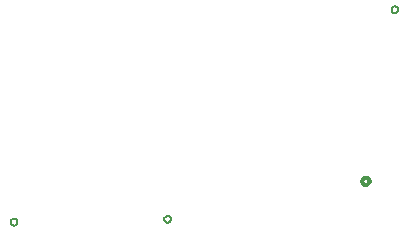
<source format=gbo>
G75*
G70*
%OFA0B0*%
%FSLAX24Y24*%
%IPPOS*%
%LPD*%
%AMOC8*
5,1,8,0,0,1.08239X$1,22.5*
%
%ADD10C,0.0059*%
%ADD11C,0.0118*%
D10*
X009938Y006114D02*
X009940Y006135D01*
X009946Y006155D01*
X009955Y006173D01*
X009967Y006190D01*
X009983Y006204D01*
X010001Y006215D01*
X010020Y006223D01*
X010041Y006227D01*
X010061Y006227D01*
X010082Y006223D01*
X010101Y006215D01*
X010119Y006204D01*
X010135Y006190D01*
X010147Y006173D01*
X010156Y006155D01*
X010162Y006135D01*
X010164Y006114D01*
X010162Y006093D01*
X010156Y006073D01*
X010147Y006055D01*
X010135Y006038D01*
X010119Y006024D01*
X010101Y006013D01*
X010082Y006005D01*
X010061Y006001D01*
X010041Y006001D01*
X010020Y006005D01*
X010001Y006013D01*
X009983Y006024D01*
X009967Y006038D01*
X009955Y006055D01*
X009946Y006073D01*
X009940Y006093D01*
X009938Y006114D01*
X015056Y006213D02*
X015058Y006234D01*
X015064Y006254D01*
X015073Y006272D01*
X015085Y006289D01*
X015101Y006303D01*
X015119Y006314D01*
X015138Y006322D01*
X015159Y006326D01*
X015179Y006326D01*
X015200Y006322D01*
X015219Y006314D01*
X015237Y006303D01*
X015253Y006289D01*
X015265Y006272D01*
X015274Y006254D01*
X015280Y006234D01*
X015282Y006213D01*
X015280Y006192D01*
X015274Y006172D01*
X015265Y006154D01*
X015253Y006137D01*
X015237Y006123D01*
X015219Y006112D01*
X015200Y006104D01*
X015179Y006100D01*
X015159Y006100D01*
X015138Y006104D01*
X015119Y006112D01*
X015101Y006123D01*
X015085Y006137D01*
X015073Y006154D01*
X015064Y006172D01*
X015058Y006192D01*
X015056Y006213D01*
X022635Y013201D02*
X022637Y013222D01*
X022643Y013242D01*
X022652Y013260D01*
X022664Y013277D01*
X022680Y013291D01*
X022698Y013302D01*
X022717Y013310D01*
X022738Y013314D01*
X022758Y013314D01*
X022779Y013310D01*
X022798Y013302D01*
X022816Y013291D01*
X022832Y013277D01*
X022844Y013260D01*
X022853Y013242D01*
X022859Y013222D01*
X022861Y013201D01*
X022859Y013180D01*
X022853Y013160D01*
X022844Y013142D01*
X022832Y013125D01*
X022816Y013111D01*
X022798Y013100D01*
X022779Y013092D01*
X022758Y013088D01*
X022738Y013088D01*
X022717Y013092D01*
X022698Y013100D01*
X022680Y013111D01*
X022664Y013125D01*
X022652Y013142D01*
X022643Y013160D01*
X022637Y013180D01*
X022635Y013201D01*
D11*
X021665Y007473D02*
X021667Y007494D01*
X021673Y007514D01*
X021682Y007534D01*
X021694Y007551D01*
X021709Y007565D01*
X021727Y007577D01*
X021747Y007585D01*
X021767Y007590D01*
X021788Y007591D01*
X021809Y007588D01*
X021829Y007582D01*
X021848Y007571D01*
X021865Y007558D01*
X021878Y007542D01*
X021889Y007524D01*
X021897Y007504D01*
X021901Y007484D01*
X021901Y007462D01*
X021897Y007442D01*
X021889Y007422D01*
X021878Y007404D01*
X021865Y007388D01*
X021848Y007375D01*
X021829Y007364D01*
X021809Y007358D01*
X021788Y007355D01*
X021767Y007356D01*
X021747Y007361D01*
X021727Y007369D01*
X021709Y007381D01*
X021694Y007395D01*
X021682Y007412D01*
X021673Y007432D01*
X021667Y007452D01*
X021665Y007473D01*
M02*

</source>
